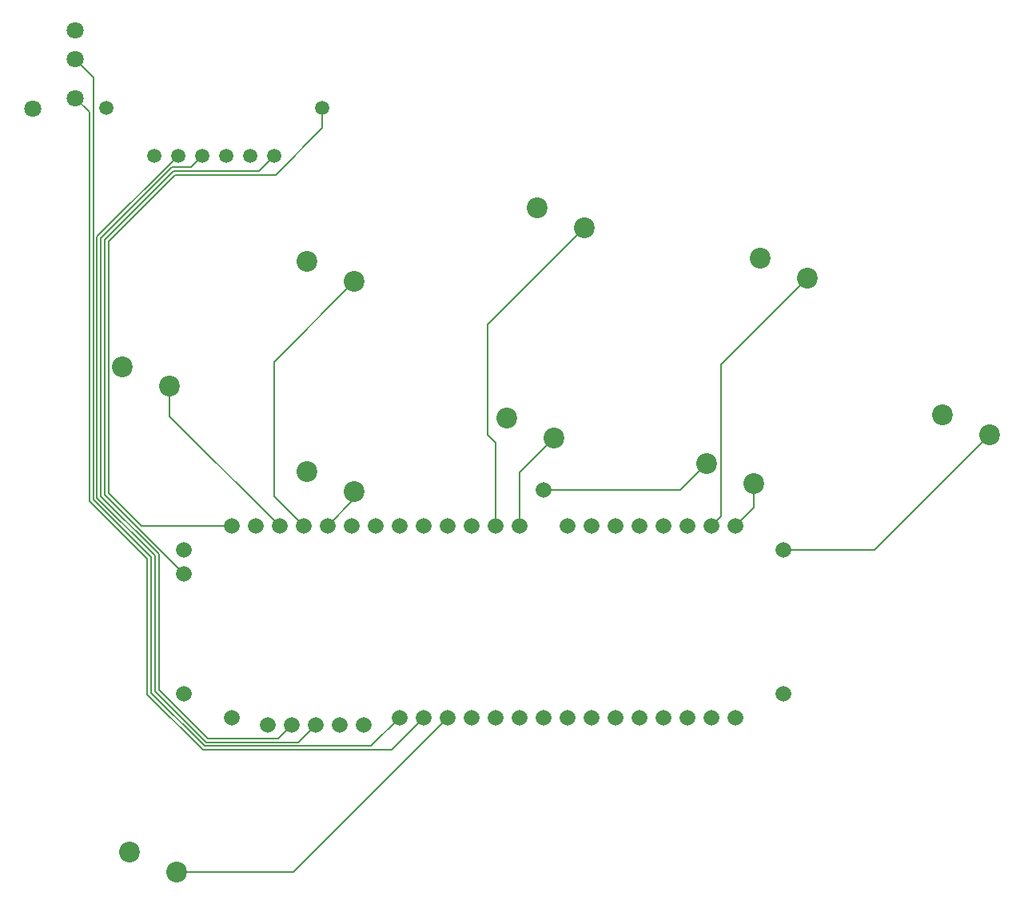
<source format=gtl>
G04 #@! TF.GenerationSoftware,KiCad,Pcbnew,8.0.2*
G04 #@! TF.CreationDate,2024-05-28T17:08:08+09:00*
G04 #@! TF.ProjectId,LLv2_R,4c4c7632-5f52-42e6-9b69-6361645f7063,rev?*
G04 #@! TF.SameCoordinates,Original*
G04 #@! TF.FileFunction,Copper,L1,Top*
G04 #@! TF.FilePolarity,Positive*
%FSLAX46Y46*%
G04 Gerber Fmt 4.6, Leading zero omitted, Abs format (unit mm)*
G04 Created by KiCad (PCBNEW 8.0.2) date 2024-05-28 17:08:08*
%MOMM*%
%LPD*%
G01*
G04 APERTURE LIST*
G04 #@! TA.AperFunction,ComponentPad*
%ADD10C,2.200000*%
G04 #@! TD*
G04 #@! TA.AperFunction,ComponentPad*
%ADD11C,1.800000*%
G04 #@! TD*
G04 #@! TA.AperFunction,ComponentPad*
%ADD12C,1.665000*%
G04 #@! TD*
G04 #@! TA.AperFunction,ComponentPad*
%ADD13C,1.500000*%
G04 #@! TD*
G04 #@! TA.AperFunction,Conductor*
%ADD14C,0.200000*%
G04 #@! TD*
G04 APERTURE END LIST*
D10*
G04 #@! TO.P,\u00D7,1,1*
G04 #@! TO.N,Net-(Teensy4.1-A7)*
X39811000Y-52083000D03*
G04 #@! TO.P,\u00D7,2,2*
G04 #@! TO.N,Net-(Teensy4.1-GND_4)*
X34811000Y-49983000D03*
G04 #@! TD*
D11*
G04 #@! TO.P,J1,R1*
G04 #@! TO.N,Net-(Teensy4.1-RX2)*
X10250000Y-6300000D03*
G04 #@! TO.P,J1,R2*
G04 #@! TO.N,Net-(Teensy4.1-TX2)*
X10250000Y-10400000D03*
G04 #@! TO.P,J1,S*
G04 #@! TO.N,Net-(Teensy4.1-GND_6)*
X5750000Y-11500000D03*
G04 #@! TO.P,J1,T*
G04 #@! TO.N,Net-(Teensy4.1-VIN_(3.6_TO_5.5_VOLTS))*
X10250000Y-3200000D03*
G04 #@! TD*
D10*
G04 #@! TO.P,\u3007,1,1*
G04 #@! TO.N,Net-(Teensy4.1-SCK)*
X60947000Y-46426000D03*
G04 #@! TO.P,\u3007,2,2*
G04 #@! TO.N,Net-(Teensy4.1-GND_4)*
X55947000Y-44326000D03*
G04 #@! TD*
G04 #@! TO.P,L2,1,1*
G04 #@! TO.N,Net-(Teensy4.1-OUT1C)*
X21000000Y-92400000D03*
G04 #@! TO.P,L2,2,2*
G04 #@! TO.N,Net-(Teensy4.1-GND_6)*
X16000000Y-90300000D03*
G04 #@! TD*
G04 #@! TO.P,\u25B3,1,1*
G04 #@! TO.N,Net-(Teensy4.1-A0)*
X64195000Y-24161000D03*
G04 #@! TO.P,\u25B3,2,2*
G04 #@! TO.N,Net-(Teensy4.1-GND_4)*
X59195000Y-22061000D03*
G04 #@! TD*
D12*
G04 #@! TO.P,Teensy4.1,*
G04 #@! TO.N,*
X26810000Y-76050000D03*
X29350000Y-55730000D03*
X30620000Y-76810000D03*
X38240000Y-76810000D03*
X39510000Y-55730000D03*
X40780000Y-76810000D03*
X42050000Y-55730000D03*
X44590000Y-55730000D03*
X47130000Y-55730000D03*
X49670000Y-55730000D03*
X52210000Y-55730000D03*
X52210000Y-76050000D03*
X54750000Y-76050000D03*
X57290000Y-76050000D03*
X59830000Y-76050000D03*
X62370000Y-55730000D03*
X62370000Y-76050000D03*
X64910000Y-55730000D03*
X64910000Y-76050000D03*
X67450000Y-55730000D03*
X67450000Y-76050000D03*
X69990000Y-55730000D03*
X69990000Y-76050000D03*
X72530000Y-55730000D03*
X72530000Y-76050000D03*
X75070000Y-55730000D03*
X75070000Y-76050000D03*
X77610000Y-76050000D03*
X80150000Y-76050000D03*
X85230000Y-73510000D03*
G04 #@! TO.P,Teensy4.1,7,RX2*
G04 #@! TO.N,Net-(Teensy4.1-RX2)*
X44590000Y-76050000D03*
G04 #@! TO.P,Teensy4.1,8,TX2*
G04 #@! TO.N,Net-(Teensy4.1-TX2)*
X47130000Y-76050000D03*
G04 #@! TO.P,Teensy4.1,9,OUT1C*
G04 #@! TO.N,Net-(Teensy4.1-OUT1C)*
X49670000Y-76050000D03*
G04 #@! TO.P,Teensy4.1,13,SCK*
G04 #@! TO.N,Net-(Teensy4.1-SCK)*
X57290000Y-55730000D03*
G04 #@! TO.P,Teensy4.1,14,A0*
G04 #@! TO.N,Net-(Teensy4.1-A0)*
X54750000Y-55730000D03*
G04 #@! TO.P,Teensy4.1,21,A7*
G04 #@! TO.N,Net-(Teensy4.1-A7)*
X36970000Y-55730000D03*
G04 #@! TO.P,Teensy4.1,22,A8*
G04 #@! TO.N,Net-(Teensy4.1-A8)*
X34430000Y-55730000D03*
G04 #@! TO.P,Teensy4.1,23,A9*
G04 #@! TO.N,Net-(Teensy4.1-A9)*
X31890000Y-55730000D03*
G04 #@! TO.P,Teensy4.1,33,MCLK2*
G04 #@! TO.N,Net-(Teensy4.1-MCLK2)*
X85230000Y-58270000D03*
G04 #@! TO.P,Teensy4.1,34,RX8*
G04 #@! TO.N,Net-(Teensy4.1-RX8)*
X80150000Y-55730000D03*
G04 #@! TO.P,Teensy4.1,35,TX8*
G04 #@! TO.N,Net-(Teensy4.1-TX8)*
X77610000Y-55730000D03*
G04 #@! TO.P,Teensy4.1,50,D+*
G04 #@! TO.N,Net-(4090USBCBreakout1-D+)*
X35700000Y-76810000D03*
G04 #@! TO.P,Teensy4.1,51,D-*
G04 #@! TO.N,Net-(4090USBCBreakout1-D-)*
X33160000Y-76810000D03*
G04 #@! TO.P,Teensy4.1,55,VIN_(3.6_TO_5.5_VOLTS)*
G04 #@! TO.N,Net-(Teensy4.1-VIN_(3.6_TO_5.5_VOLTS))*
X21730000Y-58270000D03*
G04 #@! TO.P,Teensy4.1,68,VUSB*
G04 #@! TO.N,Net-(4090USBCBreakout1-VBUS)*
X21730000Y-60810000D03*
G04 #@! TO.P,Teensy4.1,69,GND_4*
G04 #@! TO.N,Net-(Teensy4.1-GND_4)*
X59830000Y-51920000D03*
G04 #@! TO.P,Teensy4.1,70,GND_5*
G04 #@! TO.N,Net-(4090USBCBreakout1-GND)*
X26810000Y-55730000D03*
G04 #@! TO.P,Teensy4.1,71,GND_6*
G04 #@! TO.N,Net-(Teensy4.1-GND_6)*
X21730000Y-73510000D03*
G04 #@! TD*
D10*
G04 #@! TO.P,R1,1,1*
G04 #@! TO.N,Net-(Teensy4.1-TX8)*
X87743000Y-29484000D03*
G04 #@! TO.P,R1,2,2*
G04 #@! TO.N,Net-(Teensy4.1-GND_4)*
X82743000Y-27384000D03*
G04 #@! TD*
G04 #@! TO.P,R2,1,1*
G04 #@! TO.N,Net-(Teensy4.1-RX8)*
X82110000Y-51267000D03*
G04 #@! TO.P,R2,2,2*
G04 #@! TO.N,Net-(Teensy4.1-GND_4)*
X77110000Y-49167000D03*
G04 #@! TD*
G04 #@! TO.P,R3,1,1*
G04 #@! TO.N,Net-(Teensy4.1-A9)*
X20254000Y-40958000D03*
G04 #@! TO.P,R3,2,2*
G04 #@! TO.N,Net-(Teensy4.1-GND_4)*
X15254000Y-38858000D03*
G04 #@! TD*
G04 #@! TO.P,L1,1,1*
G04 #@! TO.N,Net-(Teensy4.1-MCLK2)*
X107082000Y-46105000D03*
G04 #@! TO.P,L1,2,2*
G04 #@! TO.N,Net-(Teensy4.1-GND_4)*
X102082000Y-44005000D03*
G04 #@! TD*
D13*
G04 #@! TO.P,4090USBCBreakout1,1,CC2*
G04 #@! TO.N,unconnected-(4090USBCBreakout1-CC2-Pad1)*
X13540000Y-11430000D03*
G04 #@! TO.P,4090USBCBreakout1,2,SBU1*
G04 #@! TO.N,unconnected-(4090USBCBreakout1-SBU1-Pad2)*
X18620000Y-16510000D03*
G04 #@! TO.P,4090USBCBreakout1,3,D+*
G04 #@! TO.N,Net-(4090USBCBreakout1-D+)*
X21160000Y-16510000D03*
G04 #@! TO.P,4090USBCBreakout1,4,D-*
G04 #@! TO.N,Net-(4090USBCBreakout1-D-)*
X23700000Y-16510000D03*
G04 #@! TO.P,4090USBCBreakout1,5,CC1*
G04 #@! TO.N,unconnected-(4090USBCBreakout1-CC1-Pad5)*
X26240000Y-16510000D03*
G04 #@! TO.P,4090USBCBreakout1,6,SBU2*
G04 #@! TO.N,unconnected-(4090USBCBreakout1-SBU2-Pad6)*
X28780000Y-16510000D03*
G04 #@! TO.P,4090USBCBreakout1,7,VBUS*
G04 #@! TO.N,Net-(4090USBCBreakout1-VBUS)*
X31320000Y-16510000D03*
G04 #@! TO.P,4090USBCBreakout1,8,GND*
G04 #@! TO.N,Net-(4090USBCBreakout1-GND)*
X36400000Y-11430000D03*
G04 #@! TD*
D10*
G04 #@! TO.P,\u25A1,1,1*
G04 #@! TO.N,Net-(Teensy4.1-A8)*
X39811000Y-29833000D03*
G04 #@! TO.P,\u25A1,2,2*
G04 #@! TO.N,Net-(Teensy4.1-GND_4)*
X34811000Y-27733000D03*
G04 #@! TD*
D14*
G04 #@! TO.N,Net-(4090USBCBreakout1-VBUS)*
X20659529Y-18133843D02*
X29696157Y-18133843D01*
X21730000Y-60810000D02*
X13350000Y-52430000D01*
X13350000Y-25443372D02*
X20659529Y-18133843D01*
X29696157Y-18133843D02*
X31320000Y-16510000D01*
X13350000Y-52430000D02*
X13350000Y-25443372D01*
G04 #@! TO.N,Net-(4090USBCBreakout1-D-)*
X19076701Y-73063299D02*
X19111701Y-73098299D01*
X23700000Y-16510000D02*
X22476157Y-17733843D01*
X24263403Y-78250000D02*
X31720000Y-78250000D01*
X19111701Y-73098299D02*
X24263403Y-78250000D01*
X19076701Y-58722387D02*
X19076701Y-73063299D01*
X22476157Y-17733843D02*
X20493843Y-17733843D01*
X31720000Y-78250000D02*
X33160000Y-76810000D01*
X12950000Y-52595686D02*
X19076701Y-58722387D01*
X20493843Y-17733843D02*
X12950000Y-25277686D01*
X12950000Y-25277686D02*
X12950000Y-52595686D01*
G04 #@! TO.N,Net-(4090USBCBreakout1-GND)*
X13750000Y-25609058D02*
X20825215Y-18533843D01*
X17215686Y-55730000D02*
X13750000Y-52264314D01*
X26810000Y-55730000D02*
X17215686Y-55730000D01*
X13750000Y-52264314D02*
X13750000Y-25609058D01*
X31466157Y-18533843D02*
X36400000Y-13600000D01*
X20825215Y-18533843D02*
X31466157Y-18533843D01*
X36400000Y-13600000D02*
X36400000Y-11430000D01*
G04 #@! TO.N,Net-(4090USBCBreakout1-D+)*
X24097717Y-78650000D02*
X33860000Y-78650000D01*
X21160000Y-16510000D02*
X21152000Y-16510000D01*
X19438858Y-73991142D02*
X24097717Y-78650000D01*
X18676701Y-73228985D02*
X19438858Y-73991142D01*
X21152000Y-16510000D02*
X12550000Y-25112000D01*
X18676701Y-58888073D02*
X18676701Y-73228985D01*
X33860000Y-78650000D02*
X35700000Y-76810000D01*
X12550000Y-25112000D02*
X12550000Y-52761372D01*
X12550000Y-52761372D02*
X18676701Y-58888073D01*
G04 #@! TO.N,Net-(Teensy4.1-MCLK2)*
X94917000Y-58270000D02*
X107082000Y-46105000D01*
X85230000Y-58270000D02*
X94917000Y-58270000D01*
G04 #@! TO.N,Net-(Teensy4.1-TX2)*
X17876701Y-73560355D02*
X23766346Y-79450000D01*
X11750000Y-11900000D02*
X11750000Y-53092744D01*
X10250000Y-10400000D02*
X11750000Y-11900000D01*
X23766346Y-79450000D02*
X43730000Y-79450000D01*
X17876701Y-59219445D02*
X17876701Y-73560355D01*
X43730000Y-79450000D02*
X47130000Y-76050000D01*
X11750000Y-53092744D02*
X17876701Y-59219445D01*
G04 #@! TO.N,Net-(Teensy4.1-OUT1C)*
X49670000Y-76050000D02*
X33320000Y-92400000D01*
X33320000Y-92400000D02*
X21000000Y-92400000D01*
G04 #@! TO.N,Net-(Teensy4.1-A7)*
X36970000Y-55730000D02*
X39811000Y-52889000D01*
X39811000Y-52889000D02*
X39811000Y-52083000D01*
X36635000Y-55259000D02*
X36635000Y-56000000D01*
G04 #@! TO.N,Net-(Teensy4.1-A0)*
X53917501Y-46070000D02*
X53917501Y-34438499D01*
X53917501Y-34438499D02*
X64195000Y-24161000D01*
X54750000Y-55730000D02*
X54750000Y-46902499D01*
X54750000Y-46902499D02*
X53917501Y-46070000D01*
G04 #@! TO.N,Net-(Teensy4.1-RX8)*
X80150000Y-55730000D02*
X82110000Y-53770000D01*
X82110000Y-53770000D02*
X82110000Y-51267000D01*
G04 #@! TO.N,Net-(Teensy4.1-A9)*
X20254000Y-44094000D02*
X20254000Y-40958000D01*
X31890000Y-55730000D02*
X20254000Y-44094000D01*
G04 #@! TO.N,Net-(Teensy4.1-GND_4)*
X59830000Y-51920000D02*
X74357000Y-51920000D01*
X74357000Y-51920000D02*
X77110000Y-49167000D01*
G04 #@! TO.N,Net-(Teensy4.1-A8)*
X34430000Y-55730000D02*
X31294000Y-52594000D01*
X31294000Y-38350000D02*
X31294000Y-52000000D01*
X39811000Y-29833000D02*
X31294000Y-38350000D01*
X31294000Y-52594000D02*
X31294000Y-52000000D01*
G04 #@! TO.N,Net-(Teensy4.1-SCK)*
X57290000Y-55730000D02*
X57290000Y-50083000D01*
X57290000Y-50083000D02*
X60947000Y-46426000D01*
G04 #@! TO.N,Net-(Teensy4.1-RX2)*
X18276701Y-73394670D02*
X23932031Y-79050000D01*
X18276701Y-59053759D02*
X18276701Y-73394670D01*
X10250000Y-6300000D02*
X12150000Y-8200000D01*
X41590000Y-79050000D02*
X44590000Y-76050000D01*
X12150000Y-8200000D02*
X12150000Y-52927058D01*
X12150000Y-52927058D02*
X18276701Y-59053759D01*
X23932031Y-79050000D02*
X41590000Y-79050000D01*
G04 #@! TO.N,Net-(Teensy4.1-TX8)*
X78613500Y-54726500D02*
X78613500Y-38613500D01*
X78613500Y-38613500D02*
X87743000Y-29484000D01*
X77610000Y-55730000D02*
X78613500Y-54726500D01*
G04 #@! TD*
M02*

</source>
